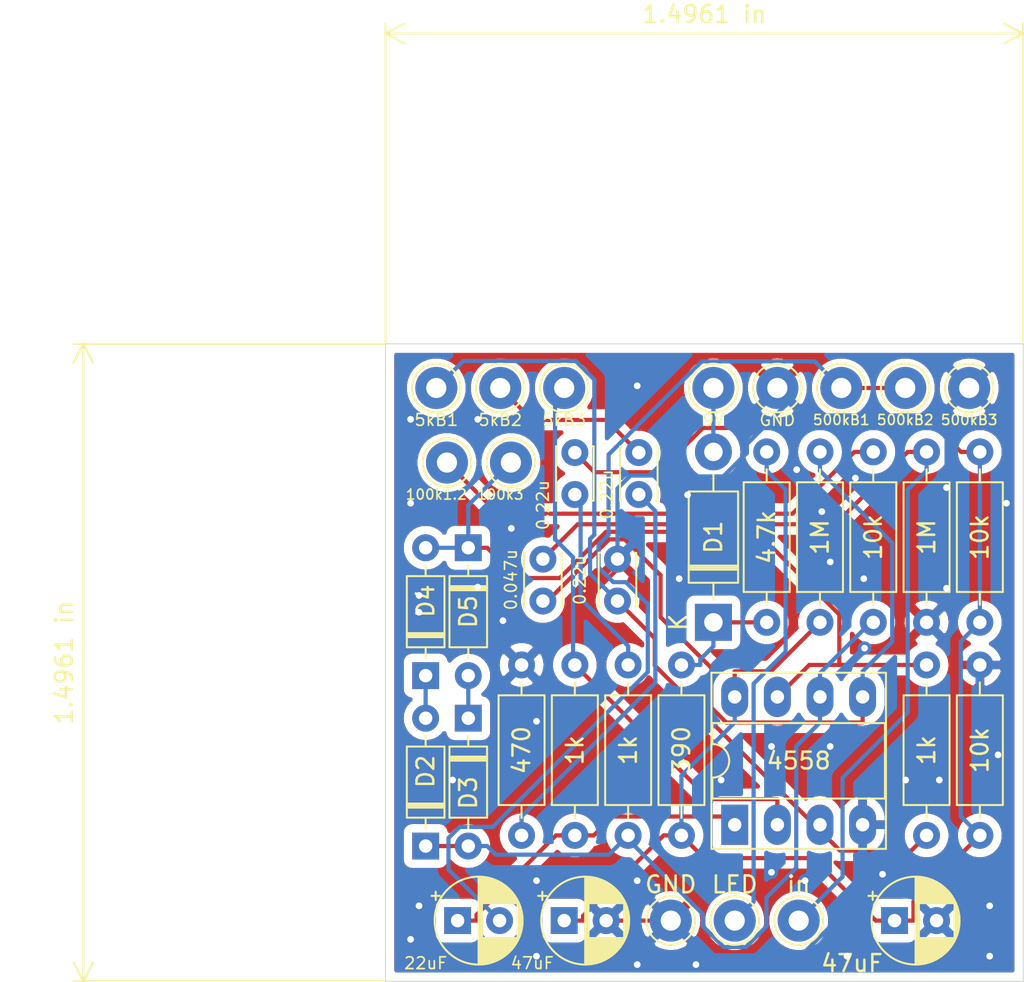
<source format=kicad_pcb>
(kicad_pcb (version 20171130) (host pcbnew "(5.1.2-1)-1")
  (layers (0 F.Cu signal) (31 B.Cu signal) (34 B.Paste user) (35 F.Paste user) (36 B.SilkS user) (37 F.SilkS user) (38 B.Mask user) (39 F.Mask user) (44 Edge.Cuts user))
  (net 0 "")
  (net 1 "Net-(9V1-Pad1)")
  (net 2 "Net-(C1-Pad1)")
  (net 3 GND)
  (net 4 "Net-(C3-Pad1)")
  (net 5 "Net-(C4-Pad2)")
  (net 6 "Net-(C4-Pad1)")
  (net 7 "Net-(C5-Pad1)")
  (net 8 "Net-(C6-Pad1)")
  (net 9 "Net-(C6-Pad2)")
  (net 10 "Net-(C7-Pad2)")
  (net 11 "Net-(C7-Pad1)")
  (net 12 "Net-(D1-Pad1)")
  (net 13 "Net-(D2-Pad1)")
  (net 14 "Net-(D2-Pad2)")
  (net 15 "Net-(D3-Pad1)")
  (net 16 "Net-(D4-Pad2)")
  (net 17 "Net-(J2-Pad1)")
  (net 18 "Net-(J6-Pad1)")
  (net 19 "Net-(J10-Pad1)")
  (module TestPoint:TestPoint_THTPad_D2.5mm_Drill1.2mm (layer F.Cu) (at 129.54 87.63)
    (fp_text reference 9V (at 0 1.905) (layer F.SilkS) (effects (font (size 0.7 0.7) (thickness 0.1))))
    (fp_text value Conn_01x01)
    (pad 1 thru_hole circle (at 0 0) (size 2.5 2.5) (drill 1.2) (layers *.Cu *.Mask) (net 1 "Net-(9V1-Pad1)"))
  )
  (module Capacitor_THT:CP_Radial_D5.0mm_P2.50mm (layer F.Cu) (at 140.335 119.38)
    (fp_text reference 47uF (at -2.54 2.54) (layer F.SilkS))
    (fp_text value 47u)
    (pad 1 thru_hole rect (at 0 0) (size 1.6 1.6) (drill 0.8) (layers *.Cu *.Mask) (net 2 "Net-(C1-Pad1)"))
    (pad 2 thru_hole circle (at 2.5 0) (size 1.6 1.6) (drill 0.8) (layers *.Cu *.Mask) (net 3 GND))
  )
  (module Capacitor_THT:CP_Radial_D5.0mm_P2.50mm (layer F.Cu) (at 120.65 119.38)
    (fp_text reference 47uF (at -1.905 2.54) (layer F.SilkS) (effects (font (size 0.7 0.7) (thickness 0.1))))
    (fp_text value 47u)
    (pad 2 thru_hole circle (at 2.5 0) (size 1.6 1.6) (drill 0.8) (layers *.Cu *.Mask) (net 3 GND))
    (pad 1 thru_hole rect (at 0 0) (size 1.6 1.6) (drill 0.8) (layers *.Cu *.Mask) (net 2 "Net-(C1-Pad1)"))
  )
  (module Capacitor_THT:C_Disc_D3.0mm_W2.0mm_P2.50mm (layer F.Cu) (at 121.285 93.98 90)
    (fp_text reference 0.22u (at -0.635 -1.905 90) (layer F.SilkS) (effects (font (size 0.7 0.7) (thickness 0.1))))
    (fp_text value 0.22u)
    (pad 2 thru_hole circle (at 2.5 0 90) (size 1.6 1.6) (drill 0.8) (layers *.Cu *.Mask) (net 2 "Net-(C1-Pad1)"))
    (pad 1 thru_hole circle (at 0 0 90) (size 1.6 1.6) (drill 0.8) (layers *.Cu *.Mask) (net 4 "Net-(C3-Pad1)"))
  )
  (module Capacitor_THT:C_Disc_D3.0mm_W2.0mm_P2.50mm (layer F.Cu) (at 119.38 100.33 90)
    (fp_text reference 0.047u (at 1.27 -1.905 90) (layer F.SilkS) (effects (font (size 0.7 0.7) (thickness 0.1))))
    (fp_text value 0.047u)
    (pad 1 thru_hole circle (at 0 0 90) (size 1.6 1.6) (drill 0.8) (layers *.Cu *.Mask) (net 6 "Net-(C4-Pad1)"))
    (pad 2 thru_hole circle (at 2.5 0 90) (size 1.6 1.6) (drill 0.8) (layers *.Cu *.Mask) (net 5 "Net-(C4-Pad2)"))
  )
  (module Capacitor_THT:C_Disc_D3.0mm_W2.0mm_P2.50mm (layer F.Cu) (at 123.825 100.33 90)
    (fp_text reference 0.22u (at 1.25 -2.25 90) (layer F.SilkS) (effects (font (size 0.7 0.7) (thickness 0.1))))
    (fp_text value 0.22u)
    (pad 2 thru_hole circle (at 2.5 0 90) (size 1.6 1.6) (drill 0.8) (layers *.Cu *.Mask) (net 3 GND))
    (pad 1 thru_hole circle (at 0 0 90) (size 1.6 1.6) (drill 0.8) (layers *.Cu *.Mask) (net 7 "Net-(C5-Pad1)"))
  )
  (module Capacitor_THT:CP_Radial_D5.0mm_P2.50mm (layer F.Cu) (at 114.3 119.38)
    (fp_text reference 22uF (at -1.905 2.54) (layer F.SilkS) (effects (font (size 0.7 0.7) (thickness 0.1))))
    (fp_text value 22uF)
    (pad 1 thru_hole rect (at 0 0) (size 1.6 1.6) (drill 0.8) (layers *.Cu *.Mask) (net 8 "Net-(C6-Pad1)"))
    (pad 2 thru_hole circle (at 2.5 0) (size 1.6 1.6) (drill 0.8) (layers *.Cu *.Mask) (net 9 "Net-(C6-Pad2)"))
  )
  (module Capacitor_THT:C_Disc_D3.0mm_W2.0mm_P2.50mm (layer F.Cu) (at 125.095 93.98 90)
    (fp_text reference 0.22u (at 0 -1.905 90) (layer F.SilkS) (effects (font (size 0.7 0.7) (thickness 0.1))))
    (fp_text value 0.22uF)
    (pad 1 thru_hole circle (at 0 0 90) (size 1.6 1.6) (drill 0.8) (layers *.Cu *.Mask) (net 11 "Net-(C7-Pad1)"))
    (pad 2 thru_hole circle (at 2.5 0 90) (size 1.6 1.6) (drill 0.8) (layers *.Cu *.Mask) (net 10 "Net-(C7-Pad2)"))
  )
  (module Diode_THT:D_DO-41_SOD81_P10.16mm_Horizontal (layer F.Cu) (at 129.54 101.6 90)
    (fp_text reference D1 (at 5.08 0 90) (layer F.SilkS))
    (fp_text value 1N5817)
    (fp_text user K (at 0 -2.1 90) (layer F.SilkS))
    (pad 1 thru_hole rect (at 0 0 90) (size 2.2 2.2) (drill 1.1) (layers *.Cu *.Mask) (net 12 "Net-(D1-Pad1)"))
    (pad 2 thru_hole oval (at 10.16 0 90) (size 2.2 2.2) (drill 1.1) (layers *.Cu *.Mask) (net 1 "Net-(9V1-Pad1)"))
  )
  (module Diode_THT:D_DO-35_SOD27_P7.62mm_Horizontal (layer F.Cu) (at 112.395 114.935 90)
    (fp_text reference D2 (at 4.445 0 90) (layer F.SilkS))
    (fp_text value 1N4148)
    (pad 2 thru_hole oval (at 7.62 0 90) (size 1.6 1.6) (drill 0.8) (layers *.Cu *.Mask) (net 14 "Net-(D2-Pad2)"))
    (pad 1 thru_hole rect (at 0 0 90) (size 1.6 1.6) (drill 0.8) (layers *.Cu *.Mask) (net 13 "Net-(D2-Pad1)"))
  )
  (module Diode_THT:D_DO-35_SOD27_P7.62mm_Horizontal (layer F.Cu) (at 114.935 107.315 270)
    (fp_text reference D3 (at 4.445 0 90) (layer F.SilkS))
    (fp_text value 1N4148)
    (pad 2 thru_hole oval (at 7.62 0 270) (size 1.6 1.6) (drill 0.8) (layers *.Cu *.Mask) (net 13 "Net-(D2-Pad1)"))
    (pad 1 thru_hole rect (at 0 0 270) (size 1.6 1.6) (drill 0.8) (layers *.Cu *.Mask) (net 15 "Net-(D3-Pad1)"))
  )
  (module Diode_THT:D_DO-35_SOD27_P7.62mm_Horizontal (layer F.Cu) (at 112.395 104.775 90)
    (fp_text reference D4 (at 4.445 0 90) (layer F.SilkS))
    (fp_text value 1N4148)
    (pad 1 thru_hole rect (at 0 0 90) (size 1.6 1.6) (drill 0.8) (layers *.Cu *.Mask) (net 14 "Net-(D2-Pad2)"))
    (pad 2 thru_hole oval (at 7.62 0 90) (size 1.6 1.6) (drill 0.8) (layers *.Cu *.Mask) (net 16 "Net-(D4-Pad2)"))
  )
  (module Diode_THT:D_DO-35_SOD27_P7.62mm_Horizontal (layer F.Cu) (at 114.935 97.155 270)
    (fp_text reference D5 (at 3.81 0 90) (layer F.SilkS))
    (fp_text value 1N4148)
    (pad 1 thru_hole rect (at 0 0 270) (size 1.6 1.6) (drill 0.8) (layers *.Cu *.Mask) (net 16 "Net-(D4-Pad2)"))
    (pad 2 thru_hole oval (at 7.62 0 270) (size 1.6 1.6) (drill 0.8) (layers *.Cu *.Mask) (net 15 "Net-(D3-Pad1)"))
  )
  (module TestPoint:TestPoint_THTPad_D2.5mm_Drill1.2mm (layer F.Cu) (at 134.62 119.38)
    (fp_text reference in (at 0 -2.148) (layer F.SilkS))
    (fp_text value in)
    (pad 1 thru_hole circle (at 0 0) (size 2.5 2.5) (drill 1.2) (layers *.Cu *.Mask) (net 5 "Net-(C4-Pad2)"))
  )
  (module TestPoint:TestPoint_THTPad_D2.5mm_Drill1.2mm (layer F.Cu) (at 113.665 92.075)
    (fp_text reference 100k1.2 (at -0.635 1.905) (layer F.SilkS) (effects (font (size 0.6 0.6) (thickness 0.1))))
    (fp_text value Drive100k1_2)
    (pad 1 thru_hole circle (at 0 0) (size 2.5 2.5) (drill 1.2) (layers *.Cu *.Mask) (net 17 "Net-(J2-Pad1)"))
  )
  (module TestPoint:TestPoint_THTPad_D2.5mm_Drill1.2mm (layer F.Cu) (at 117.475 92.075)
    (fp_text reference 100k3 (at -0.635 1.905) (layer F.SilkS) (effects (font (size 0.6 0.6) (thickness 0.1))))
    (fp_text value Drive100k3)
    (pad 1 thru_hole circle (at 0 0) (size 2.5 2.5) (drill 1.2) (layers *.Cu *.Mask) (net 16 "Net-(D4-Pad2)"))
  )
  (module TestPoint:TestPoint_THTPad_D2.5mm_Drill1.2mm (layer F.Cu) (at 113.03 87.63)
    (fp_text reference 5kB1 (at 0 1.905) (layer F.SilkS) (effects (font (size 0.7 0.7) (thickness 0.1))))
    (fp_text value Tone_5kB1)
    (pad 1 thru_hole circle (at 0 0) (size 2.5 2.5) (drill 1.2) (layers *.Cu *.Mask) (net 7 "Net-(C5-Pad1)"))
  )
  (module TestPoint:TestPoint_THTPad_D2.5mm_Drill1.2mm (layer F.Cu) (at 116.84 87.63)
    (fp_text reference 5kB2 (at 0 1.905) (layer F.SilkS) (effects (font (size 0.7 0.7) (thickness 0.1))))
    (fp_text value Tone_5kB2)
    (pad 1 thru_hole circle (at 0 0) (size 2.5 2.5) (drill 1.2) (layers *.Cu *.Mask) (net 10 "Net-(C7-Pad2)"))
  )
  (module TestPoint:TestPoint_THTPad_D2.5mm_Drill1.2mm (layer F.Cu) (at 120.65 87.63)
    (fp_text reference 5kB3 (at 0 1.905) (layer F.SilkS) (effects (font (size 0.7 0.7) (thickness 0.1))))
    (fp_text value Tone_5kB3)
    (pad 1 thru_hole circle (at 0 0) (size 2.5 2.5) (drill 1.2) (layers *.Cu *.Mask) (net 18 "Net-(J6-Pad1)"))
  )
  (module TestPoint:TestPoint_THTPad_D2.5mm_Drill1.2mm (layer F.Cu) (at 137.16 87.63)
    (fp_text reference 500kB1 (at 0 1.905) (layer F.SilkS) (effects (font (size 0.6 0.6) (thickness 0.1))))
    (fp_text value Vol500B1)
    (pad 1 thru_hole circle (at 0 0) (size 2.5 2.5) (drill 1.2) (layers *.Cu *.Mask) (net 9 "Net-(C6-Pad2)"))
  )
  (module TestPoint:TestPoint_THTPad_D2.5mm_Drill1.2mm (layer F.Cu) (at 140.97 87.63)
    (fp_text reference 500kB2 (at 0 1.905) (layer F.SilkS) (effects (font (size 0.6 0.6) (thickness 0.1))))
    (fp_text value Vol500B2_OUT)
    (pad 1 thru_hole circle (at 0 0) (size 2.5 2.5) (drill 1.2) (layers *.Cu *.Mask) (net 9 "Net-(C6-Pad2)"))
  )
  (module TestPoint:TestPoint_THTPad_D2.5mm_Drill1.2mm (layer F.Cu) (at 144.78 87.63)
    (fp_text reference 500kB3 (at 0 1.905) (layer F.SilkS) (effects (font (size 0.6 0.6) (thickness 0.1))))
    (fp_text value Vol500B3)
    (pad 1 thru_hole circle (at 0 0) (size 2.5 2.5) (drill 1.2) (layers *.Cu *.Mask) (net 3 GND))
  )
  (module TestPoint:TestPoint_THTPad_D2.5mm_Drill1.2mm (layer F.Cu) (at 130.81 119.38)
    (fp_text reference LED (at 0 -2.148) (layer F.SilkS))
    (fp_text value LED1)
    (pad 1 thru_hole circle (at 0 0) (size 2.5 2.5) (drill 1.2) (layers *.Cu *.Mask) (net 19 "Net-(J10-Pad1)"))
  )
  (module TestPoint:TestPoint_THTPad_D2.5mm_Drill1.2mm (layer F.Cu) (at 127 119.38)
    (fp_text reference GND (at 0 -2.148) (layer F.SilkS))
    (fp_text value in_GND)
    (pad 1 thru_hole circle (at 0 0) (size 2.5 2.5) (drill 1.2) (layers *.Cu *.Mask) (net 3 GND))
  )
  (module TestPoint:TestPoint_THTPad_D2.5mm_Drill1.2mm (layer F.Cu) (at 133.35 87.63)
    (fp_text reference GND (at 0 1.905) (layer F.SilkS) (effects (font (size 0.7 0.7) (thickness 0.1))))
    (fp_text value in_GND)
    (pad 1 thru_hole circle (at 0 0) (size 2.5 2.5) (drill 1.2) (layers *.Cu *.Mask) (net 3 GND))
  )
  (module Resistor_THT:R_Axial_DIN0207_L6.3mm_D2.5mm_P10.16mm_Horizontal (layer F.Cu) (at 127.635 114.3 90)
    (fp_text reference 390 (at 5.08 0 90) (layer F.SilkS))
    (fp_text value 390)
    (pad 1 thru_hole circle (at 0 0 90) (size 1.6 1.6) (drill 0.8) (layers *.Cu *.Mask) (net 2 "Net-(C1-Pad1)"))
    (pad 2 thru_hole oval (at 10.16 0 90) (size 1.6 1.6) (drill 0.8) (layers *.Cu *.Mask) (net 12 "Net-(D1-Pad1)"))
  )
  (module Resistor_THT:R_Axial_DIN0207_L6.3mm_D2.5mm_P10.16mm_Horizontal (layer F.Cu) (at 145.415 101.6 90)
    (fp_text reference 10k (at 5.08 0 90) (layer F.SilkS))
    (fp_text value 10k)
    (pad 2 thru_hole oval (at 10.16 0 90) (size 1.6 1.6) (drill 0.8) (layers *.Cu *.Mask) (net 2 "Net-(C1-Pad1)"))
    (pad 1 thru_hole circle (at 0 0 90) (size 1.6 1.6) (drill 0.8) (layers *.Cu *.Mask) (net 2 "Net-(C1-Pad1)"))
  )
  (module Resistor_THT:R_Axial_DIN0207_L6.3mm_D2.5mm_P10.16mm_Horizontal (layer F.Cu) (at 145.415 114.3 90)
    (fp_text reference 10k (at 5.08 0 90) (layer F.SilkS))
    (fp_text value 10k)
    (pad 1 thru_hole circle (at 0 0 90) (size 1.6 1.6) (drill 0.8) (layers *.Cu *.Mask) (net 2 "Net-(C1-Pad1)"))
    (pad 2 thru_hole oval (at 10.16 0 90) (size 1.6 1.6) (drill 0.8) (layers *.Cu *.Mask) (net 3 GND))
  )
  (module Resistor_THT:R_Axial_DIN0207_L6.3mm_D2.5mm_P10.16mm_Horizontal (layer F.Cu) (at 142.24 101.6 90)
    (fp_text reference 1M (at 5.08 0 90) (layer F.SilkS))
    (fp_text value 1M)
    (pad 2 thru_hole oval (at 10.16 0 90) (size 1.6 1.6) (drill 0.8) (layers *.Cu *.Mask) (net 5 "Net-(C4-Pad2)"))
    (pad 1 thru_hole circle (at 0 0 90) (size 1.6 1.6) (drill 0.8) (layers *.Cu *.Mask) (net 3 GND))
  )
  (module Resistor_THT:R_Axial_DIN0207_L6.3mm_D2.5mm_P10.16mm_Horizontal (layer F.Cu) (at 124.46 114.3 90)
    (fp_text reference 1k (at 5.08 0 90) (layer F.SilkS))
    (fp_text value 1k)
    (pad 1 thru_hole circle (at 0 0 90) (size 1.6 1.6) (drill 0.8) (layers *.Cu *.Mask) (net 13 "Net-(D2-Pad1)"))
    (pad 2 thru_hole oval (at 10.16 0 90) (size 1.6 1.6) (drill 0.8) (layers *.Cu *.Mask) (net 4 "Net-(C3-Pad1)"))
  )
  (module Resistor_THT:R_Axial_DIN0207_L6.3mm_D2.5mm_P10.16mm_Horizontal (layer F.Cu) (at 139.065 101.6 90)
    (fp_text reference 10k (at 5.08 0 90) (layer F.SilkS))
    (fp_text value 10k)
    (pad 2 thru_hole oval (at 10.16 0 90) (size 1.6 1.6) (drill 0.8) (layers *.Cu *.Mask) (net 17 "Net-(J2-Pad1)"))
    (pad 1 thru_hole circle (at 0 0 90) (size 1.6 1.6) (drill 0.8) (layers *.Cu *.Mask) (net 13 "Net-(D2-Pad1)"))
  )
  (module Resistor_THT:R_Axial_DIN0207_L6.3mm_D2.5mm_P10.16mm_Horizontal (layer F.Cu) (at 135.89 101.6 90)
    (fp_text reference 1M (at 5.08 0 90) (layer F.SilkS))
    (fp_text value 1M)
    (pad 1 thru_hole circle (at 0 0 90) (size 1.6 1.6) (drill 0.8) (layers *.Cu *.Mask) (net 2 "Net-(C1-Pad1)"))
    (pad 2 thru_hole oval (at 10.16 0 90) (size 1.6 1.6) (drill 0.8) (layers *.Cu *.Mask) (net 6 "Net-(C4-Pad1)"))
  )
  (module Resistor_THT:R_Axial_DIN0207_L6.3mm_D2.5mm_P10.16mm_Horizontal (layer F.Cu) (at 142.24 114.3 90)
    (fp_text reference 1k (at 5.08 0 90) (layer F.SilkS))
    (fp_text value 1k)
    (pad 1 thru_hole circle (at 0 0 90) (size 1.6 1.6) (drill 0.8) (layers *.Cu *.Mask) (net 7 "Net-(C5-Pad1)"))
    (pad 2 thru_hole oval (at 10.16 0 90) (size 1.6 1.6) (drill 0.8) (layers *.Cu *.Mask) (net 16 "Net-(D4-Pad2)"))
  )
  (module Resistor_THT:R_Axial_DIN0207_L6.3mm_D2.5mm_P10.16mm_Horizontal (layer F.Cu) (at 121.285 104.14 270)
    (fp_text reference 1k (at 5.08 0 90) (layer F.SilkS))
    (fp_text value 1k)
    (pad 2 thru_hole oval (at 10.16 0 270) (size 1.6 1.6) (drill 0.8) (layers *.Cu *.Mask) (net 8 "Net-(C6-Pad1)"))
    (pad 1 thru_hole circle (at 0 0 270) (size 1.6 1.6) (drill 0.8) (layers *.Cu *.Mask) (net 18 "Net-(J6-Pad1)"))
  )
  (module Resistor_THT:R_Axial_DIN0207_L6.3mm_D2.5mm_P10.16mm_Horizontal (layer F.Cu) (at 118.11 104.14 270)
    (fp_text reference 470 (at 5.08 0 90) (layer F.SilkS))
    (fp_text value 470)
    (pad 1 thru_hole circle (at 0 0 270) (size 1.6 1.6) (drill 0.8) (layers *.Cu *.Mask) (net 3 GND))
    (pad 2 thru_hole oval (at 10.16 0 270) (size 1.6 1.6) (drill 0.8) (layers *.Cu *.Mask) (net 11 "Net-(C7-Pad1)"))
  )
  (module Resistor_THT:R_Axial_DIN0207_L6.3mm_D2.5mm_P10.16mm_Horizontal (layer F.Cu) (at 132.715 101.6 90)
    (fp_text reference 4.7k (at 5.08 0 90) (layer F.SilkS))
    (fp_text value R)
    (pad 2 thru_hole oval (at 10.16 0 90) (size 1.6 1.6) (drill 0.8) (layers *.Cu *.Mask) (net 19 "Net-(J10-Pad1)"))
    (pad 1 thru_hole circle (at 0 0 90) (size 1.6 1.6) (drill 0.8) (layers *.Cu *.Mask) (net 12 "Net-(D1-Pad1)"))
  )
  (module Package_DIP:DIP-8_W7.62mm_Socket_LongPads (layer F.Cu) (at 130.81 113.665 90)
    (fp_text reference 4558 (at 3.81 3.81 180) (layer F.SilkS))
    (fp_text value RC4558)
    (pad 1 thru_hole rect (at 0 0 90) (size 2.4 1.6) (drill 0.8) (layers *.Cu *.Mask) (net 8 "Net-(C6-Pad1)"))
    (pad 5 thru_hole oval (at 7.62 7.62 90) (size 2.4 1.6) (drill 0.8) (layers *.Cu *.Mask) (net 6 "Net-(C4-Pad1)"))
    (pad 2 thru_hole oval (at 0 2.54 90) (size 2.4 1.6) (drill 0.8) (layers *.Cu *.Mask) (net 18 "Net-(J6-Pad1)"))
    (pad 6 thru_hole oval (at 7.62 5.08 90) (size 2.4 1.6) (drill 0.8) (layers *.Cu *.Mask) (net 13 "Net-(D2-Pad1)"))
    (pad 3 thru_hole oval (at 0 5.08 90) (size 2.4 1.6) (drill 0.8) (layers *.Cu *.Mask) (net 7 "Net-(C5-Pad1)"))
    (pad 7 thru_hole oval (at 7.62 2.54 90) (size 2.4 1.6) (drill 0.8) (layers *.Cu *.Mask) (net 16 "Net-(D4-Pad2)"))
    (pad 4 thru_hole oval (at 0 7.62 90) (size 2.4 1.6) (drill 0.8) (layers *.Cu *.Mask) (net 3 GND))
    (pad 8 thru_hole oval (at 7.62 0 90) (size 2.4 1.6) (drill 0.8) (layers *.Cu *.Mask) (net 2 "Net-(C1-Pad1)"))
  )
  (gr_line (start 148 123) (end 148 85) (layer Edge.Cuts) (width 0.05))
  (gr_line (start 110 123) (end 148 123) (layer Edge.Cuts) (width 0.05))
  (gr_line (start 110 85) (end 110 123) (layer Edge.Cuts) (width 0.05))
  (gr_line (start 148 85) (end 110 85) (layer Edge.Cuts) (width 0.05))
  (dimension 38 (width 0.12) (layer F.SilkS) (gr_text "38.000 mm" (at 90.73 104 270) (layer F.SilkS) (effects (font (size 1 1) (thickness 0.15)))) (feature1 (pts (xy 110 123) (xy 91.413579 123))) (feature2 (pts (xy 110 85) (xy 91.413579 85))) (crossbar (pts (xy 92 85) (xy 92 123))) (arrow1a (pts (xy 92 123) (xy 91.413579 121.873496))) (arrow1b (pts (xy 92 123) (xy 92.586421 121.873496))) (arrow2a (pts (xy 92 85) (xy 91.413579 86.126504))) (arrow2b (pts (xy 92 85) (xy 92.586421 86.126504))))
  (dimension 38 (width 0.12) (layer F.SilkS) (gr_text "38.000 mm" (at 129 65.23) (layer F.SilkS) (effects (font (size 1 1) (thickness 0.15)))) (feature1 (pts (xy 148 85) (xy 148 65.913579))) (feature2 (pts (xy 110 85) (xy 110 65.913579))) (crossbar (pts (xy 110 66.5) (xy 148 66.5))) (arrow1a (pts (xy 148 66.5) (xy 146.873496 67.086421))) (arrow1b (pts (xy 148 66.5) (xy 146.873496 65.913579))) (arrow2a (pts (xy 110 66.5) (xy 111.126504 67.086421))) (arrow2b (pts (xy 110 66.5) (xy 111.126504 65.913579))))
  (segment (start 129.54 91.44) (end 129.54 87.63) (width 0.25) (layer B.Cu) (net 1))
  (segment (start 145.415 91.44) (end 144.2897 91.44) (width 0.25) (layer F.Cu) (net 2))
  (segment (start 144.2897 91.44) (end 142.8617 90.012) (width 0.25) (layer F.Cu) (net 2))
  (segment (start 142.8617 90.012) (end 128.9078 90.012) (width 0.25) (layer F.Cu) (net 2))
  (segment (start 128.9078 90.012) (end 126.2679 92.6519) (width 0.25) (layer F.Cu) (net 2))
  (segment (start 126.2679 92.6519) (end 122.4569 92.6519) (width 0.25) (layer F.Cu) (net 2))
  (segment (start 122.4569 92.6519) (end 121.285 91.48) (width 0.25) (layer F.Cu) (net 2))
  (segment (start 140.335 119.38) (end 141.4603 119.38) (width 0.25) (layer F.Cu) (net 2))
  (segment (start 145.415 114.3) (end 141.4603 118.2547) (width 0.25) (layer F.Cu) (net 2))
  (segment (start 141.4603 118.2547) (end 141.4603 119.38) (width 0.25) (layer F.Cu) (net 2))
  (segment (start 140.335 119.38) (end 139.2097 119.38) (width 0.25) (layer F.Cu) (net 2))
  (segment (start 127.635 114.3) (end 128.9902 115.6552) (width 0.25) (layer F.Cu) (net 2))
  (segment (start 128.9902 115.6552) (end 135.4849 115.6552) (width 0.25) (layer F.Cu) (net 2))
  (segment (start 135.4849 115.6552) (end 139.2097 119.38) (width 0.25) (layer F.Cu) (net 2))
  (segment (start 121.7753 119.38) (end 121.7753 119.0986) (width 0.25) (layer F.Cu) (net 2))
  (segment (start 121.7753 119.0986) (end 126.5739 114.3) (width 0.25) (layer F.Cu) (net 2))
  (segment (start 126.5739 114.3) (end 127.635 114.3) (width 0.25) (layer F.Cu) (net 2))
  (segment (start 145.415 114.3) (end 144.2779 113.1629) (width 0.25) (layer B.Cu) (net 2))
  (segment (start 144.2779 113.1629) (end 144.2779 102.7371) (width 0.25) (layer B.Cu) (net 2))
  (segment (start 144.2779 102.7371) (end 145.415 101.6) (width 0.25) (layer B.Cu) (net 2))
  (segment (start 120.65 119.38) (end 121.7753 119.38) (width 0.25) (layer F.Cu) (net 2))
  (segment (start 130.81 106.045) (end 130.81 107.5703) (width 0.25) (layer B.Cu) (net 2))
  (segment (start 130.81 107.5703) (end 127.635 110.7453) (width 0.25) (layer B.Cu) (net 2))
  (segment (start 127.635 110.7453) (end 127.635 114.3) (width 0.25) (layer B.Cu) (net 2))
  (segment (start 145.415 91.44) (end 145.415 101.6) (width 0.25) (layer B.Cu) (net 2))
  (segment (start 130.81 106.045) (end 130.81 104.5197) (width 0.25) (layer F.Cu) (net 2))
  (segment (start 130.81 104.5197) (end 132.9703 104.5197) (width 0.25) (layer F.Cu) (net 2))
  (segment (start 132.9703 104.5197) (end 135.89 101.6) (width 0.25) (layer F.Cu) (net 2))
  (segment (start 134.1119 88.3919) (end 133.35 87.63) (width 0.25) (layer B.Cu) (net 3))
  (segment (start 143.4306 89.2721) (end 134.9921 89.2721) (width 0.25) (layer B.Cu) (net 3))
  (segment (start 134.9921 89.2721) (end 134.1119 88.3919) (width 0.25) (layer B.Cu) (net 3))
  (segment (start 123.825 97.83) (end 123.825 93.6242) (width 0.25) (layer B.Cu) (net 3))
  (segment (start 123.825 93.6242) (end 124.5998 92.8494) (width 0.25) (layer B.Cu) (net 3))
  (segment (start 124.5998 92.8494) (end 127.653 92.8494) (width 0.25) (layer B.Cu) (net 3))
  (segment (start 127.653 92.8494) (end 127.7075 92.9039) (width 0.25) (layer B.Cu) (net 3))
  (segment (start 127.7075 92.9039) (end 130.128 92.9039) (width 0.25) (layer B.Cu) (net 3))
  (segment (start 130.128 92.9039) (end 131.5343 91.4976) (width 0.25) (layer B.Cu) (net 3))
  (segment (start 131.5343 91.4976) (end 131.5343 90.9695) (width 0.25) (layer B.Cu) (net 3))
  (segment (start 131.5343 90.9695) (end 134.1119 88.3919) (width 0.25) (layer B.Cu) (net 3))
  (segment (start 143.4306 89.2721) (end 143.4306 93.5694) (width 0.25) (layer B.Cu) (net 3))
  (segment (start 143.4306 100.4094) (end 142.24 101.6) (width 0.25) (layer B.Cu) (net 3))
  (segment (start 144.78 87.63) (end 143.4306 88.9794) (width 0.25) (layer B.Cu) (net 3))
  (segment (start 143.4306 88.9794) (end 143.4306 89.2721) (width 0.25) (layer B.Cu) (net 3))
  (segment (start 145.415 104.14) (end 144.2897 104.14) (width 0.25) (layer F.Cu) (net 3))
  (segment (start 142.24 101.6) (end 144.2897 103.6497) (width 0.25) (layer F.Cu) (net 3))
  (segment (start 144.2897 103.6497) (end 144.2897 104.14) (width 0.25) (layer F.Cu) (net 3))
  (segment (start 145.415 104.14) (end 145.415 105.2653) (width 0.25) (layer F.Cu) (net 3))
  (segment (start 138.43 113.665) (end 138.43 112.1397) (width 0.25) (layer F.Cu) (net 3))
  (segment (start 138.43 112.1397) (end 145.3044 105.2653) (width 0.25) (layer F.Cu) (net 3))
  (segment (start 145.3044 105.2653) (end 145.415 105.2653) (width 0.25) (layer F.Cu) (net 3))
  (segment (start 139.7373 116.4976) (end 139.61745 116.61745) (width 0.25) (layer B.Cu) (net 3))
  (segment (start 134.7833 121.4516) (end 129.0716 121.4516) (width 0.25) (layer B.Cu) (net 3))
  (segment (start 129.0716 121.4516) (end 127 119.38) (width 0.25) (layer B.Cu) (net 3))
  (segment (start 142.835 119.38) (end 139.9526 116.4976) (width 0.25) (layer B.Cu) (net 3))
  (segment (start 139.9526 116.4976) (end 139.7373 116.4976) (width 0.25) (layer B.Cu) (net 3))
  (segment (start 138.43 115.1903) (end 139.7373 116.4976) (width 0.25) (layer B.Cu) (net 3))
  (segment (start 123.15 119.38) (end 127 119.38) (width 0.25) (layer F.Cu) (net 3))
  (segment (start 118.11 104.14) (end 123.825 98.425) (width 0.25) (layer F.Cu) (net 3))
  (segment (start 123.825 98.425) (end 123.825 97.83) (width 0.25) (layer F.Cu) (net 3))
  (segment (start 138.43 113.665) (end 138.43 115.1903) (width 0.25) (layer B.Cu) (net 3))
  (via (at 136.5 109) (size 0.8) (drill 0.4) (layers F.Cu B.Cu) (net 3))
  (via (at 133 109) (size 0.8) (drill 0.4) (layers F.Cu B.Cu) (net 3))
  (via (at 119 107.5) (size 0.8) (drill 0.4) (layers F.Cu B.Cu) (net 3))
  (via (at 114 111) (size 0.8) (drill 0.4) (layers F.Cu B.Cu) (net 3))
  (via (at 112 118.5) (size 0.8) (drill 0.4) (layers F.Cu B.Cu) (net 3))
  (via (at 111.5 120.5) (size 0.8) (drill 0.4) (layers F.Cu B.Cu) (net 3))
  (via (at 119 117) (size 0.8) (drill 0.4) (layers F.Cu B.Cu) (net 3))
  (via (at 119 121.5) (size 0.8) (drill 0.4) (layers F.Cu B.Cu) (net 3))
  (via (at 137.5 121.5) (size 0.8) (drill 0.4) (layers F.Cu B.Cu) (net 3))
  (via (at 125 122) (size 0.8) (drill 0.4) (layers F.Cu B.Cu) (net 3))
  (via (at 128.5 122) (size 0.8) (drill 0.4) (layers F.Cu B.Cu) (net 3))
  (via (at 125 117) (size 0.8) (drill 0.4) (layers F.Cu B.Cu) (net 3))
  (via (at 146 118.5) (size 0.8) (drill 0.4) (layers F.Cu B.Cu) (net 3))
  (via (at 146 121.5) (size 0.8) (drill 0.4) (layers F.Cu B.Cu) (net 3))
  (segment (start 139.61745 116.61745) (end 134.7833 121.4516) (width 0.25) (layer B.Cu) (net 3))
  (via (at 139.61745 116.61745) (size 0.8) (drill 0.4) (layers F.Cu B.Cu) (net 3))
  (via (at 133 116.5) (size 0.8) (drill 0.4) (layers F.Cu B.Cu) (net 3))
  (via (at 130 111) (size 0.8) (drill 0.4) (layers F.Cu B.Cu) (net 3))
  (via (at 136.5 98) (size 0.8) (drill 0.4) (layers F.Cu B.Cu) (net 3))
  (via (at 138.5 99) (size 0.8) (drill 0.4) (layers F.Cu B.Cu) (net 3))
  (via (at 143 111) (size 0.8) (drill 0.4) (layers F.Cu B.Cu) (net 3))
  (via (at 141 111) (size 0.8) (drill 0.4) (layers F.Cu B.Cu) (net 3))
  (segment (start 143.4306 99.5694) (end 143.4306 100.4094) (width 0.25) (layer B.Cu) (net 3))
  (via (at 143.4306 99.5694) (size 0.8) (drill 0.4) (layers F.Cu B.Cu) (net 3))
  (via (at 147 94.5) (size 0.8) (drill 0.4) (layers F.Cu B.Cu) (net 3))
  (via (at 146.5 109.5) (size 0.8) (drill 0.4) (layers F.Cu B.Cu) (net 3))
  (segment (start 143.4306 93.5694) (end 143.4306 99.5694) (width 0.25) (layer B.Cu) (net 3))
  (via (at 143.4306 93.5694) (size 0.8) (drill 0.4) (layers F.Cu B.Cu) (net 3))
  (via (at 125 87.5) (size 0.8) (drill 0.4) (layers F.Cu B.Cu) (net 3))
  (via (at 127.5 99) (size 0.8) (drill 0.4) (layers F.Cu B.Cu) (net 3))
  (via (at 128 94) (size 0.8) (drill 0.4) (layers F.Cu B.Cu) (net 3))
  (via (at 134.5 92.5) (size 0.8) (drill 0.4) (layers F.Cu B.Cu) (net 3))
  (via (at 111.5 94.5) (size 0.8) (drill 0.4) (layers F.Cu B.Cu) (net 3))
  (via (at 111.5 89.5) (size 0.8) (drill 0.4) (layers F.Cu B.Cu) (net 3))
  (via (at 115.5 89.5) (size 0.8) (drill 0.4) (layers F.Cu B.Cu) (net 3))
  (via (at 112 100) (size 0.8) (drill 0.4) (layers F.Cu B.Cu) (net 3))
  (via (at 112 101) (size 0.8) (drill 0.4) (layers F.Cu B.Cu) (net 3))
  (via (at 117 101.5) (size 0.8) (drill 0.4) (layers F.Cu B.Cu) (net 3))
  (via (at 117.5 96) (size 0.8) (drill 0.4) (layers F.Cu B.Cu) (net 3))
  (via (at 115.5 99.5) (size 0.8) (drill 0.4) (layers F.Cu B.Cu) (net 3))
  (via (at 136 95) (size 0.8) (drill 0.4) (layers F.Cu B.Cu) (net 3))
  (via (at 138 93) (size 0.8) (drill 0.4) (layers F.Cu B.Cu) (net 3))
  (via (at 138.5443 103.1367) (size 0.8) (drill 0.4) (layers F.Cu B.Cu) (net 3))
  (via (at 135 117) (size 0.8) (drill 0.4) (layers F.Cu B.Cu) (net 3))
  (segment (start 121.285 93.98) (end 121.6275 94.3225) (width 0.25) (layer B.Cu) (net 4))
  (segment (start 121.6275 94.3225) (end 121.6275 100.1822) (width 0.25) (layer B.Cu) (net 4))
  (segment (start 121.6275 100.1822) (end 124.46 103.0147) (width 0.25) (layer B.Cu) (net 4))
  (segment (start 124.46 104.14) (end 124.46 103.0147) (width 0.25) (layer B.Cu) (net 4))
  (segment (start 142.24 91.44) (end 142.24 92.5653) (width 0.25) (layer B.Cu) (net 5))
  (segment (start 142.24 92.5653) (end 141.1147 93.6906) (width 0.25) (layer B.Cu) (net 5))
  (segment (start 141.1147 93.6906) (end 141.1147 106.9822) (width 0.25) (layer B.Cu) (net 5))
  (segment (start 141.1147 106.9822) (end 137.2339 110.863) (width 0.25) (layer B.Cu) (net 5))
  (segment (start 137.2339 110.863) (end 137.2339 116.7661) (width 0.25) (layer B.Cu) (net 5))
  (segment (start 137.2339 116.7661) (end 134.62 119.38) (width 0.25) (layer B.Cu) (net 5))
  (segment (start 141.1147 91.44) (end 136.8013 95.7534) (width 0.25) (layer F.Cu) (net 5))
  (segment (start 136.8013 95.7534) (end 121.4566 95.7534) (width 0.25) (layer F.Cu) (net 5))
  (segment (start 121.4566 95.7534) (end 119.38 97.83) (width 0.25) (layer F.Cu) (net 5))
  (segment (start 142.24 91.44) (end 141.1147 91.44) (width 0.25) (layer F.Cu) (net 5))
  (segment (start 135.89 91.44) (end 135.89 92.5653) (width 0.25) (layer B.Cu) (net 6))
  (segment (start 138.43 106.045) (end 138.43 104.5197) (width 0.25) (layer B.Cu) (net 6))
  (segment (start 138.43 104.5197) (end 140.1928 102.7569) (width 0.25) (layer B.Cu) (net 6))
  (segment (start 140.1928 102.7569) (end 140.1928 96.8681) (width 0.25) (layer B.Cu) (net 6))
  (segment (start 140.1928 96.8681) (end 135.89 92.5653) (width 0.25) (layer B.Cu) (net 6))
  (segment (start 138.43 106.045) (end 138.43 107.5703) (width 0.25) (layer F.Cu) (net 6))
  (segment (start 138.43 107.5703) (end 130.3036 107.5703) (width 0.25) (layer F.Cu) (net 6))
  (segment (start 130.3036 107.5703) (end 129.4144 106.6811) (width 0.25) (layer F.Cu) (net 6))
  (segment (start 129.4144 106.6811) (end 129.4144 104.3144) (width 0.25) (layer F.Cu) (net 6))
  (segment (start 129.4144 104.3144) (end 126.3907 101.2907) (width 0.25) (layer F.Cu) (net 6))
  (segment (start 126.3907 101.2907) (end 126.3907 98.7846) (width 0.25) (layer F.Cu) (net 6))
  (segment (start 126.3907 98.7846) (end 124.2602 96.6541) (width 0.25) (layer F.Cu) (net 6))
  (segment (start 124.2602 96.6541) (end 123.3268 96.6541) (width 0.25) (layer F.Cu) (net 6))
  (segment (start 123.3268 96.6541) (end 119.6509 100.33) (width 0.25) (layer F.Cu) (net 6))
  (segment (start 119.6509 100.33) (end 119.38 100.33) (width 0.25) (layer F.Cu) (net 6))
  (segment (start 142.24 114.3) (end 141.3352 115.2048) (width 0.25) (layer F.Cu) (net 7))
  (segment (start 141.3352 115.2048) (end 137.0816 115.2048) (width 0.25) (layer F.Cu) (net 7))
  (segment (start 137.0816 115.2048) (end 135.89 114.0132) (width 0.25) (layer F.Cu) (net 7))
  (segment (start 123.825 100.33) (end 126.0475 102.5525) (width 0.25) (layer F.Cu) (net 7))
  (segment (start 126.0475 102.5525) (end 126.0475 104.1707) (width 0.25) (layer F.Cu) (net 7))
  (segment (start 126.0475 104.1707) (end 135.89 114.0132) (width 0.25) (layer F.Cu) (net 7))
  (segment (start 135.89 113.665) (end 135.89 114.0132) (width 0.25) (layer F.Cu) (net 7))
  (segment (start 113.03 87.63) (end 114.6389 86.0211) (width 0.25) (layer B.Cu) (net 7))
  (segment (start 114.6389 86.0211) (end 121.3331 86.0211) (width 0.25) (layer B.Cu) (net 7))
  (segment (start 121.3331 86.0211) (end 122.4437 87.1317) (width 0.25) (layer B.Cu) (net 7))
  (segment (start 122.4437 87.1317) (end 122.4437 96.3772) (width 0.25) (layer B.Cu) (net 7))
  (segment (start 122.4437 96.3772) (end 122.1904 96.6305) (width 0.25) (layer B.Cu) (net 7))
  (segment (start 122.1904 96.6305) (end 122.1904 98.6954) (width 0.25) (layer B.Cu) (net 7))
  (segment (start 122.1904 98.6954) (end 123.825 100.33) (width 0.25) (layer B.Cu) (net 7))
  (segment (start 121.285 114.3) (end 122.4103 114.3) (width 0.25) (layer F.Cu) (net 8))
  (segment (start 130.81 113.665) (end 130.3197 113.1747) (width 0.25) (layer F.Cu) (net 8))
  (segment (start 130.3197 113.1747) (end 123.5356 113.1747) (width 0.25) (layer F.Cu) (net 8))
  (segment (start 123.5356 113.1747) (end 122.4103 114.3) (width 0.25) (layer F.Cu) (net 8))
  (segment (start 121.285 114.3) (end 120.1597 114.3) (width 0.25) (layer F.Cu) (net 8))
  (segment (start 120.1597 114.3) (end 115.4253 119.0344) (width 0.25) (layer F.Cu) (net 8))
  (segment (start 115.4253 119.0344) (end 115.4253 119.38) (width 0.25) (layer F.Cu) (net 8))
  (segment (start 114.3 119.38) (end 115.4253 119.38) (width 0.25) (layer F.Cu) (net 8))
  (segment (start 116.8 119.38) (end 113.7556 116.3356) (width 0.25) (layer B.Cu) (net 9))
  (segment (start 113.7556 116.3356) (end 113.7556 114.4558) (width 0.25) (layer B.Cu) (net 9))
  (segment (start 113.7556 114.4558) (end 114.4168 113.7946) (width 0.25) (layer B.Cu) (net 9))
  (segment (start 114.4168 113.7946) (end 116.3982 113.7946) (width 0.25) (layer B.Cu) (net 9))
  (segment (start 116.3982 113.7946) (end 125.6308 104.562) (width 0.25) (layer B.Cu) (net 9))
  (segment (start 125.6308 104.562) (end 125.6308 100.5168) (width 0.25) (layer B.Cu) (net 9))
  (segment (start 125.6308 100.5168) (end 124.3186 99.2046) (width 0.25) (layer B.Cu) (net 9))
  (segment (start 124.3186 99.2046) (end 123.5781 99.2046) (width 0.25) (layer B.Cu) (net 9))
  (segment (start 123.5781 99.2046) (end 122.6969 98.3234) (width 0.25) (layer B.Cu) (net 9))
  (segment (start 122.6969 98.3234) (end 122.6969 96.9862) (width 0.25) (layer B.Cu) (net 9))
  (segment (start 122.6969 96.9862) (end 123.2941 96.389) (width 0.25) (layer B.Cu) (net 9))
  (segment (start 123.2941 96.389) (end 123.2941 91.602) (width 0.25) (layer B.Cu) (net 9))
  (segment (start 123.2941 91.602) (end 128.8512 86.0449) (width 0.25) (layer B.Cu) (net 9))
  (segment (start 128.8512 86.0449) (end 135.5749 86.0449) (width 0.25) (layer B.Cu) (net 9))
  (segment (start 135.5749 86.0449) (end 137.16 87.63) (width 0.25) (layer B.Cu) (net 9))
  (segment (start 140.97 87.63) (end 137.16 87.63) (width 0.25) (layer F.Cu) (net 9))
  (segment (start 125.095 91.48) (end 123.1463 89.5313) (width 0.25) (layer F.Cu) (net 10))
  (segment (start 123.1463 89.5313) (end 118.7413 89.5313) (width 0.25) (layer F.Cu) (net 10))
  (segment (start 118.7413 89.5313) (end 116.84 87.63) (width 0.25) (layer F.Cu) (net 10))
  (segment (start 118.11 113.1747) (end 126.0811 105.2036) (width 0.25) (layer B.Cu) (net 11))
  (segment (start 126.0811 105.2036) (end 126.0811 94.9661) (width 0.25) (layer B.Cu) (net 11))
  (segment (start 126.0811 94.9661) (end 125.095 93.98) (width 0.25) (layer B.Cu) (net 11))
  (segment (start 118.11 114.3) (end 118.11 113.1747) (width 0.25) (layer B.Cu) (net 11))
  (segment (start 127.635 104.14) (end 128.7603 104.14) (width 0.25) (layer B.Cu) (net 12))
  (segment (start 129.54 101.6) (end 129.54 103.0253) (width 0.25) (layer B.Cu) (net 12))
  (segment (start 129.54 103.0253) (end 128.7603 103.805) (width 0.25) (layer B.Cu) (net 12))
  (segment (start 128.7603 103.805) (end 128.7603 104.14) (width 0.25) (layer B.Cu) (net 12))
  (segment (start 132.715 101.6) (end 129.54 101.6) (width 0.25) (layer F.Cu) (net 12))
  (segment (start 124.3375 114.4225) (end 123.3106 115.4494) (width 0.25) (layer B.Cu) (net 13))
  (segment (start 123.3106 115.4494) (end 116.5747 115.4494) (width 0.25) (layer B.Cu) (net 13))
  (segment (start 116.5747 115.4494) (end 116.0603 114.935) (width 0.25) (layer B.Cu) (net 13))
  (segment (start 124.46 114.3) (end 124.3375 114.4225) (width 0.25) (layer B.Cu) (net 13))
  (segment (start 124.3375 114.4225) (end 128.9051 118.9902) (width 0.25) (layer B.Cu) (net 13))
  (segment (start 128.9051 118.9902) (end 128.9051 119.7079) (width 0.25) (layer B.Cu) (net 13))
  (segment (start 128.9051 119.7079) (end 130.1528 120.9556) (width 0.25) (layer B.Cu) (net 13))
  (segment (start 130.1528 120.9556) (end 131.4786 120.9556) (width 0.25) (layer B.Cu) (net 13))
  (segment (start 131.4786 120.9556) (end 132.7006 119.7336) (width 0.25) (layer B.Cu) (net 13))
  (segment (start 132.7006 119.7336) (end 132.7006 118.0087) (width 0.25) (layer B.Cu) (net 13))
  (segment (start 132.7006 118.0087) (end 134.4754 116.2339) (width 0.25) (layer B.Cu) (net 13))
  (segment (start 134.4754 116.2339) (end 134.4754 108.9849) (width 0.25) (layer B.Cu) (net 13))
  (segment (start 134.4754 108.9849) (end 135.89 107.5703) (width 0.25) (layer B.Cu) (net 13))
  (segment (start 135.89 106.045) (end 135.89 107.5703) (width 0.25) (layer B.Cu) (net 13))
  (segment (start 135.89 104.6323) (end 138.9223 101.6) (width 0.25) (layer B.Cu) (net 13))
  (segment (start 138.9223 101.6) (end 139.065 101.6) (width 0.25) (layer B.Cu) (net 13))
  (segment (start 135.89 106.045) (end 135.89 104.6323) (width 0.25) (layer B.Cu) (net 13))
  (segment (start 114.935 114.935) (end 112.395 114.935) (width 0.25) (layer F.Cu) (net 13))
  (segment (start 114.935 114.935) (end 116.0603 114.935) (width 0.25) (layer B.Cu) (net 13))
  (segment (start 112.395 104.775) (end 112.395 107.315) (width 0.25) (layer B.Cu) (net 14))
  (segment (start 114.935 104.775) (end 114.935 107.315) (width 0.25) (layer B.Cu) (net 15))
  (segment (start 137.0427 104.14) (end 137.0427 101.136) (width 0.25) (layer F.Cu) (net 16))
  (segment (start 137.0427 101.136) (end 132.1104 96.2037) (width 0.25) (layer F.Cu) (net 16))
  (segment (start 132.1104 96.2037) (end 123.1402 96.2037) (width 0.25) (layer F.Cu) (net 16))
  (segment (start 123.1402 96.2037) (end 120.3842 98.9597) (width 0.25) (layer F.Cu) (net 16))
  (segment (start 120.3842 98.9597) (end 117.865 98.9597) (width 0.25) (layer F.Cu) (net 16))
  (segment (start 117.865 98.9597) (end 116.0603 97.155) (width 0.25) (layer F.Cu) (net 16))
  (segment (start 137.0427 104.14) (end 142.24 104.14) (width 0.25) (layer F.Cu) (net 16))
  (segment (start 133.35 106.045) (end 135.255 104.14) (width 0.25) (layer F.Cu) (net 16))
  (segment (start 135.255 104.14) (end 137.0427 104.14) (width 0.25) (layer F.Cu) (net 16))
  (segment (start 114.935 97.155) (end 116.0603 97.155) (width 0.25) (layer F.Cu) (net 16))
  (segment (start 114.935 97.155) (end 113.5203 97.155) (width 0.25) (layer B.Cu) (net 16))
  (segment (start 114.935 97.155) (end 114.935 94.615) (width 0.25) (layer B.Cu) (net 16))
  (segment (start 114.935 94.615) (end 117.475 92.075) (width 0.25) (layer B.Cu) (net 16))
  (segment (start 112.395 97.155) (end 113.5203 97.155) (width 0.25) (layer B.Cu) (net 16))
  (segment (start 139.065 91.44) (end 137.9397 91.44) (width 0.25) (layer F.Cu) (net 17))
  (segment (start 137.9397 91.44) (end 134.2548 95.1249) (width 0.25) (layer F.Cu) (net 17))
  (segment (start 134.2548 95.1249) (end 116.7149 95.1249) (width 0.25) (layer F.Cu) (net 17))
  (segment (start 116.7149 95.1249) (end 113.665 92.075) (width 0.25) (layer F.Cu) (net 17))
  (segment (start 120.65 87.63) (end 120.1035 88.1765) (width 0.25) (layer B.Cu) (net 18))
  (segment (start 120.1035 88.1765) (end 120.1035 96.6485) (width 0.25) (layer B.Cu) (net 18))
  (segment (start 120.1035 96.6485) (end 121.1772 97.7222) (width 0.25) (layer B.Cu) (net 18))
  (segment (start 121.1772 97.7222) (end 121.1772 104.0322) (width 0.25) (layer B.Cu) (net 18))
  (segment (start 121.1772 104.0322) (end 121.285 104.14) (width 0.25) (layer B.Cu) (net 18))
  (segment (start 133.35 113.665) (end 133.35 112.1397) (width 0.25) (layer F.Cu) (net 18))
  (segment (start 133.35 112.1397) (end 129.2847 112.1397) (width 0.25) (layer F.Cu) (net 18))
  (segment (start 129.2847 112.1397) (end 121.285 104.14) (width 0.25) (layer F.Cu) (net 18))
  (segment (start 132.715 91.44) (end 132.715 92.5653) (width 0.25) (layer B.Cu) (net 19))
  (segment (start 132.715 92.5653) (end 133.842 93.6923) (width 0.25) (layer B.Cu) (net 19))
  (segment (start 133.842 93.6923) (end 133.842 103.3527) (width 0.25) (layer B.Cu) (net 19))
  (segment (start 133.842 103.3527) (end 131.9354 105.2593) (width 0.25) (layer B.Cu) (net 19))
  (segment (start 131.9354 105.2593) (end 131.9354 118.2546) (width 0.25) (layer B.Cu) (net 19))
  (segment (start 131.9354 118.2546) (end 130.81 119.38) (width 0.25) (layer B.Cu) (net 19))
  (zone (net 3) (net_name GND) (layer F.Cu) (connect_pads (clearance 0.508)) (min_thickness 0.254) (fill yes (arc_segments 32) (thermal_gap 0.508) (thermal_bridge_width 0.508))
    (polygon (pts (xy 148 85) (xy 110 85) (xy 110 123) (xy 148 123)))
  )
  (zone (net 3) (net_name GND) (layer B.Cu) (connect_pads (clearance 0.508)) (min_thickness 0.254) (fill yes (arc_segments 32) (thermal_gap 0.508) (thermal_bridge_width 0.508))
    (polygon (pts (xy 148 85) (xy 110 85) (xy 110 123) (xy 148 123)))
  )
  (zone (net 3) (net_name GND) (layer F.Cu) (connect_pads (clearance 0.508)) (min_thickness 0.254) (fill yes (arc_segments 32) (thermal_gap 0.508) (thermal_bridge_width 0.508))
    (polygon (pts (xy 148 85) (xy 110 85) (xy 110 123) (xy 148 123)))
  )
  (zone (net 3) (net_name GND) (layer B.Cu) (connect_pads (clearance 0.508)) (min_thickness 0.254) (fill yes (arc_segments 32) (thermal_gap 0.508) (thermal_bridge_width 0.508))
    (polygon (pts (xy 148 85) (xy 110 85) (xy 110 123) (xy 148 123)))
  )
  (zone (net 3) (net_name GND) (layer F.Cu) (connect_pads (clearance 0.508)) (min_thickness 0.254) (fill yes (arc_segments 32) (thermal_gap 0.508) (thermal_bridge_width 0.508))
    (polygon (pts (xy 148 85) (xy 110 85) (xy 110 123) (xy 148 123)))
  )
)
</source>
